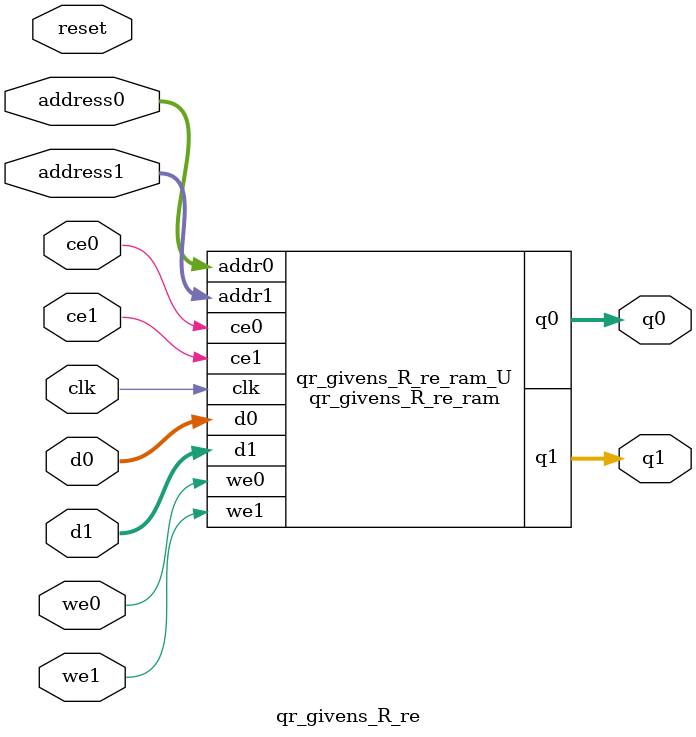
<source format=v>
`timescale 1 ns / 1 ps
module qr_givens_R_re_ram (addr0, ce0, d0, we0, q0, addr1, ce1, d1, we1, q1,  clk);

parameter DWIDTH = 64;
parameter AWIDTH = 14;
parameter MEM_SIZE = 10000;

input[AWIDTH-1:0] addr0;
input ce0;
input[DWIDTH-1:0] d0;
input we0;
output reg[DWIDTH-1:0] q0;
input[AWIDTH-1:0] addr1;
input ce1;
input[DWIDTH-1:0] d1;
input we1;
output reg[DWIDTH-1:0] q1;
input clk;

(* ram_style = "block" *)reg [DWIDTH-1:0] ram[0:MEM_SIZE-1];




always @(posedge clk)  
begin 
    if (ce0) 
    begin
        if (we0) 
        begin 
            ram[addr0] <= d0; 
        end 
        q0 <= ram[addr0];
    end
end


always @(posedge clk)  
begin 
    if (ce1) 
    begin
        if (we1) 
        begin 
            ram[addr1] <= d1; 
        end 
        q1 <= ram[addr1];
    end
end


endmodule

`timescale 1 ns / 1 ps
module qr_givens_R_re(
    reset,
    clk,
    address0,
    ce0,
    we0,
    d0,
    q0,
    address1,
    ce1,
    we1,
    d1,
    q1);

parameter DataWidth = 32'd64;
parameter AddressRange = 32'd10000;
parameter AddressWidth = 32'd14;
input reset;
input clk;
input[AddressWidth - 1:0] address0;
input ce0;
input we0;
input[DataWidth - 1:0] d0;
output[DataWidth - 1:0] q0;
input[AddressWidth - 1:0] address1;
input ce1;
input we1;
input[DataWidth - 1:0] d1;
output[DataWidth - 1:0] q1;



qr_givens_R_re_ram qr_givens_R_re_ram_U(
    .clk( clk ),
    .addr0( address0 ),
    .ce0( ce0 ),
    .we0( we0 ),
    .d0( d0 ),
    .q0( q0 ),
    .addr1( address1 ),
    .ce1( ce1 ),
    .we1( we1 ),
    .d1( d1 ),
    .q1( q1 ));

endmodule


</source>
